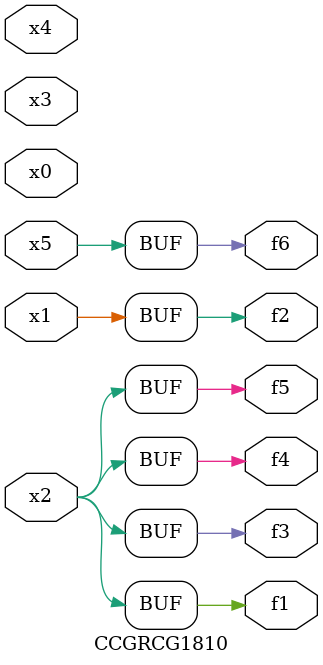
<source format=v>
module CCGRCG1810(
	input x0, x1, x2, x3, x4, x5,
	output f1, f2, f3, f4, f5, f6
);
	assign f1 = x2;
	assign f2 = x1;
	assign f3 = x2;
	assign f4 = x2;
	assign f5 = x2;
	assign f6 = x5;
endmodule

</source>
